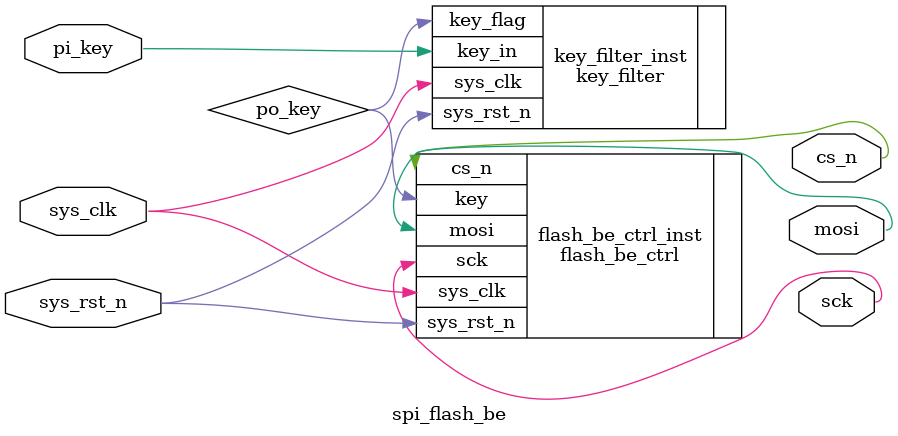
<source format=v>
`timescale  1ns/1ns

module  spi_flash_be
(
    input   wire    sys_clk     ,   //系统时钟，频率50MHz
    input   wire    sys_rst_n   ,   //复位信号,低电平有效
    input   wire    pi_key      ,   //按键输入信号

    output  wire    cs_n        ,   //片选信号
    output  wire    sck         ,   //串行时钟
    output  wire    mosi            //主输出从输入数据
);

//********************************************************************//
//****************** Parameter and Internal Signal *******************//
//********************************************************************//
//parameter define
parameter   CNT_MAX =   20'd999_999;    //计数器计数最大值

//wire  define
wire    po_key  ;

//********************************************************************//
//*************************** Instantiation **************************//
//********************************************************************//
//------------- key_filter_inst -------------
key_filter
#(
    .CNT_MAX    (CNT_MAX    )   //计数器计数最大值
)
key_filter_inst
(
    .sys_clk    (sys_clk    ),  //系统时钟，频率50MHz
    .sys_rst_n  (sys_rst_n  ),  //复位信号,低电平有效
    .key_in     (pi_key     ),  //按键输入信号

    .key_flag   (po_key     )   //消抖后信号
);

//------------- flash_be_ctrl_inst -------------
flash_be_ctrl  flash_be_ctrl_inst
(

    .sys_clk    (sys_clk    ),  //系统时钟，频率50MHz
    .sys_rst_n  (sys_rst_n  ),  //复位信号,低电平有效
    .key        (po_key     ),  //按键输入信号

    .sck        (sck        ),  //片选信号
    .cs_n       (cs_n       ),  //串行时钟
    .mosi       (mosi       )   //主输出从输入数据
);

endmodule

</source>
